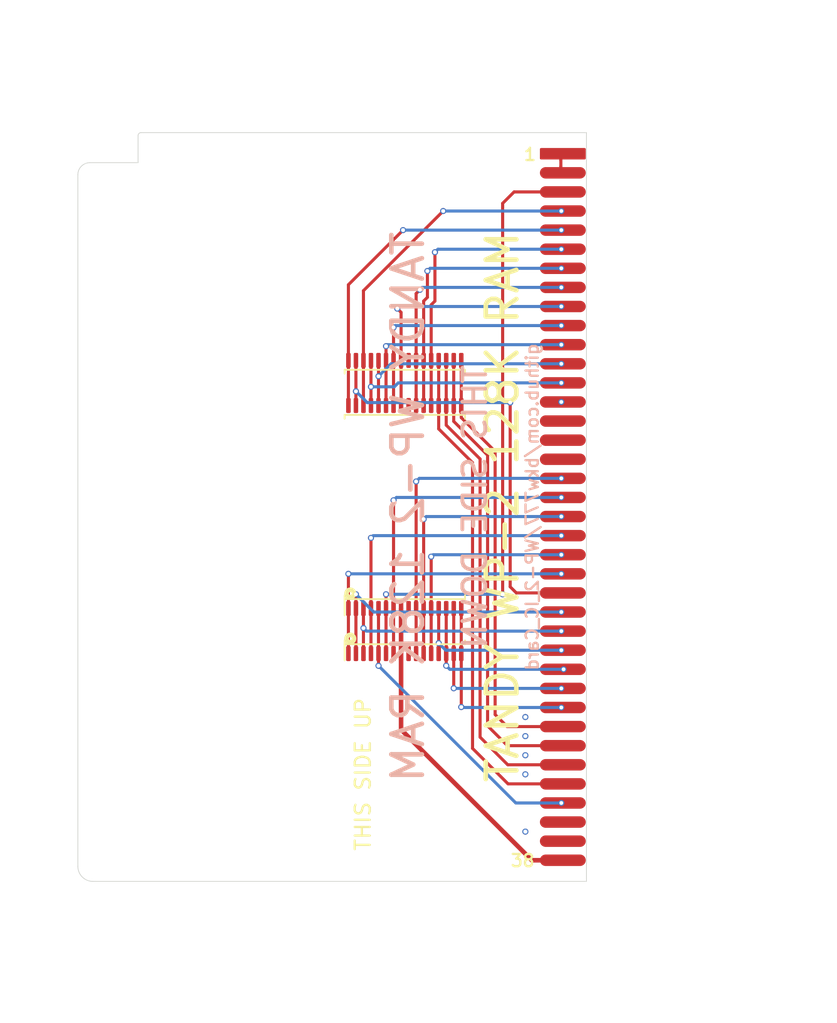
<source format=kicad_pcb>
(kicad_pcb (version 20171130) (host pcbnew 5.1.6-c6e7f7d~87~ubuntu20.04.1)

  (general
    (thickness 0.8)
    (drawings 47)
    (tracks 192)
    (zones 0)
    (modules 4)
    (nets 33)
  )

  (page USLetter)
  (title_block
    (title "WP-2 128K RAM IC-Card")
    (date 2020-09-26)
    (company "Brian K. White - b.kenyon.w@gmail.com")
  )

  (layers
    (0 F.Cu signal)
    (31 B.Cu signal)
    (32 B.Adhes user)
    (33 F.Adhes user)
    (34 B.Paste user)
    (35 F.Paste user)
    (36 B.SilkS user)
    (37 F.SilkS user)
    (38 B.Mask user)
    (39 F.Mask user)
    (40 Dwgs.User user)
    (41 Cmts.User user)
    (42 Eco1.User user)
    (43 Eco2.User user)
    (44 Edge.Cuts user)
    (45 Margin user)
    (46 B.CrtYd user hide)
    (47 F.CrtYd user hide)
    (48 B.Fab user hide)
    (49 F.Fab user hide)
  )

  (setup
    (last_trace_width 0.2032)
    (user_trace_width 0.1524)
    (user_trace_width 0.1778)
    (user_trace_width 0.2032)
    (user_trace_width 0.3048)
    (user_trace_width 0.508)
    (trace_clearance 0.1524)
    (zone_clearance 0.508)
    (zone_45_only no)
    (trace_min 0.1524)
    (via_size 0.4064)
    (via_drill 0.254)
    (via_min_size 0.4064)
    (via_min_drill 0.254)
    (uvia_size 0.4064)
    (uvia_drill 0.254)
    (uvias_allowed no)
    (uvia_min_size 0.4064)
    (uvia_min_drill 0.254)
    (edge_width 0.05)
    (segment_width 0.2)
    (pcb_text_width 0.3)
    (pcb_text_size 1.5 1.5)
    (mod_edge_width 0.12)
    (mod_text_size 1 1)
    (mod_text_width 0.15)
    (pad_size 0.3 1)
    (pad_drill 0)
    (pad_to_mask_clearance 0)
    (aux_axis_origin 0 0)
    (grid_origin 158.75 99.695)
    (visible_elements FFFFFF7F)
    (pcbplotparams
      (layerselection 0x010f0_ffffffff)
      (usegerberextensions false)
      (usegerberattributes true)
      (usegerberadvancedattributes true)
      (creategerberjobfile true)
      (excludeedgelayer true)
      (linewidth 0.100000)
      (plotframeref false)
      (viasonmask false)
      (mode 1)
      (useauxorigin false)
      (hpglpennumber 1)
      (hpglpenspeed 20)
      (hpglpendiameter 15.000000)
      (psnegative false)
      (psa4output false)
      (plotreference true)
      (plotvalue true)
      (plotinvisibletext false)
      (padsonsilk false)
      (subtractmaskfromsilk false)
      (outputformat 1)
      (mirror false)
      (drillshape 0)
      (scaleselection 1)
      (outputdirectory "GERBER"))
  )

  (net 0 "")
  (net 1 GND)
  (net 2 /CE2)
  (net 3 /~CE1)
  (net 4 /~OE)
  (net 5 /D0)
  (net 6 /D1)
  (net 7 /D2)
  (net 8 /D3)
  (net 9 /D4)
  (net 10 /D5)
  (net 11 /D6)
  (net 12 /D7)
  (net 13 /A16)
  (net 14 /A15)
  (net 15 /A14)
  (net 16 /A13)
  (net 17 /A12)
  (net 18 /A11)
  (net 19 /A10)
  (net 20 /A9)
  (net 21 /A8)
  (net 22 /A7)
  (net 23 /A6)
  (net 24 /A5)
  (net 25 /A4)
  (net 26 /A3)
  (net 27 /A2)
  (net 28 /A1)
  (net 29 /A0)
  (net 30 /R~W)
  (net 31 VDD)
  (net 32 /~DET)

  (net_class Default "This is the default net class."
    (clearance 0.1524)
    (trace_width 0.254)
    (via_dia 0.4064)
    (via_drill 0.254)
    (uvia_dia 0.4064)
    (uvia_drill 0.254)
    (diff_pair_width 0.1524)
    (diff_pair_gap 0.2032)
    (add_net /A0)
    (add_net /A1)
    (add_net /A10)
    (add_net /A11)
    (add_net /A12)
    (add_net /A13)
    (add_net /A14)
    (add_net /A15)
    (add_net /A16)
    (add_net /A2)
    (add_net /A3)
    (add_net /A4)
    (add_net /A5)
    (add_net /A6)
    (add_net /A7)
    (add_net /A8)
    (add_net /A9)
    (add_net /CE2)
    (add_net /D0)
    (add_net /D1)
    (add_net /D2)
    (add_net /D3)
    (add_net /D4)
    (add_net /D5)
    (add_net /D6)
    (add_net /D7)
    (add_net /R~W)
    (add_net /~CE1)
    (add_net /~DET)
    (add_net /~OE)
    (add_net GND)
    (add_net VDD)
  )

  (module 0_LOCAL:PinSocket_1x38x1.27_edge_ext (layer F.Cu) (tedit 5F73CF27) (tstamp 5F74043C)
    (at 158.75 99.695)
    (descr "Through hole straight socket strip, 1x38, 1.27mm pitch, single row")
    (tags "Through hole socket strip THT 1x38 1.27mm single row")
    (path /5F6EF0A3)
    (attr smd)
    (fp_text reference J1 (at -2.8956 4.4196 -90) (layer F.SilkS) hide
      (effects (font (size 1 1) (thickness 0.15)))
    )
    (fp_text value Conn_01x38_Female (at -2.921 23.114 -90) (layer F.Fab)
      (effects (font (size 1 1) (thickness 0.15)))
    )
    (fp_text user %R (at 0 -1.695) (layer F.Fab)
      (effects (font (size 1 1) (thickness 0.15)))
    )
    (fp_line (start 3.3 -24.9) (end 3.3 24.9) (layer F.Fab) (width 0.1))
    (fp_line (start 0 24.9) (end 3.302 24.9) (layer F.Fab) (width 0.1))
    (fp_line (start 0 24.9) (end 0 -24.9) (layer F.Fab) (width 0.1))
    (fp_line (start 3.302 -24.9) (end 0 -24.9) (layer F.Fab) (width 0.1))
    (fp_line (start -3.221 -24.13) (end -3.221 24.13) (layer F.CrtYd) (width 0.05))
    (fp_line (start -3.221 24.13) (end 0 24.13) (layer F.CrtYd) (width 0.05))
    (fp_line (start 0 24.13) (end 0 -24.13) (layer F.CrtYd) (width 0.05))
    (fp_line (start 0 -24.13) (end -3.221 -24.13) (layer F.CrtYd) (width 0.05))
    (pad 1 smd roundrect (at -1.57 -23.495) (size 3.048 0.762) (layers F.Cu F.Paste F.Mask) (roundrect_rratio 0.1)
      (net 1 GND))
    (pad 2 smd oval (at -1.57 -22.225) (size 3.048 0.762) (layers F.Cu F.Paste F.Mask)
      (net 32 /~DET))
    (pad 3 smd oval (at -1.57 -20.955) (size 3.048 0.762) (layers F.Cu F.Paste F.Mask)
      (net 2 /CE2))
    (pad 4 smd oval (at -1.57 -19.685) (size 3.048 0.762) (layers F.Cu F.Paste F.Mask)
      (net 3 /~CE1))
    (pad 5 smd oval (at -1.57 -18.415) (size 3.048 0.762) (layers F.Cu F.Paste F.Mask)
      (net 4 /~OE))
    (pad 6 smd oval (at -1.57 -17.145) (size 3.048 0.762) (layers F.Cu F.Paste F.Mask)
      (net 5 /D0))
    (pad 7 smd oval (at -1.57 -15.875) (size 3.048 0.762) (layers F.Cu F.Paste F.Mask)
      (net 6 /D1))
    (pad 8 smd oval (at -1.57 -14.605) (size 3.048 0.762) (layers F.Cu F.Paste F.Mask)
      (net 7 /D2))
    (pad 9 smd oval (at -1.57 -13.335) (size 3.048 0.762) (layers F.Cu F.Paste F.Mask)
      (net 8 /D3))
    (pad 10 smd oval (at -1.57 -12.065) (size 3.048 0.762) (layers F.Cu F.Paste F.Mask)
      (net 9 /D4))
    (pad 11 smd oval (at -1.57 -10.795) (size 3.048 0.762) (layers F.Cu F.Paste F.Mask)
      (net 10 /D5))
    (pad 12 smd oval (at -1.57 -9.525) (size 3.048 0.762) (layers F.Cu F.Paste F.Mask)
      (net 11 /D6))
    (pad 13 smd oval (at -1.57 -8.255) (size 3.048 0.762) (layers F.Cu F.Paste F.Mask)
      (net 12 /D7))
    (pad 14 smd oval (at -1.57 -6.985) (size 3.048 0.762) (layers F.Cu F.Paste F.Mask)
      (net 1 GND))
    (pad 15 smd oval (at -1.57 -5.715) (size 3.048 0.762) (layers F.Cu F.Paste F.Mask))
    (pad 16 smd oval (at -1.57 -4.445) (size 3.048 0.762) (layers F.Cu F.Paste F.Mask))
    (pad 17 smd oval (at -1.57 -3.175) (size 3.048 0.762) (layers F.Cu F.Paste F.Mask))
    (pad 18 smd oval (at -1.57 -1.905) (size 3.048 0.762) (layers F.Cu F.Paste F.Mask)
      (net 13 /A16))
    (pad 19 smd oval (at -1.57 -0.635) (size 3.048 0.762) (layers F.Cu F.Paste F.Mask)
      (net 14 /A15))
    (pad 20 smd oval (at -1.57 0.635) (size 3.048 0.762) (layers F.Cu F.Paste F.Mask)
      (net 15 /A14))
    (pad 21 smd oval (at -1.57 1.905) (size 3.048 0.762) (layers F.Cu F.Paste F.Mask)
      (net 16 /A13))
    (pad 22 smd oval (at -1.57 3.175) (size 3.048 0.762) (layers F.Cu F.Paste F.Mask)
      (net 17 /A12))
    (pad 23 smd oval (at -1.57 4.445) (size 3.048 0.762) (layers F.Cu F.Paste F.Mask)
      (net 18 /A11))
    (pad 24 smd oval (at -1.57 5.715) (size 3.048 0.762) (layers F.Cu F.Paste F.Mask)
      (net 19 /A10))
    (pad 25 smd oval (at -1.57 6.985) (size 3.048 0.762) (layers F.Cu F.Paste F.Mask)
      (net 20 /A9))
    (pad 26 smd oval (at -1.57 8.255) (size 3.048 0.762) (layers F.Cu F.Paste F.Mask)
      (net 21 /A8))
    (pad 27 smd oval (at -1.57 9.525) (size 3.048 0.762) (layers F.Cu F.Paste F.Mask)
      (net 22 /A7))
    (pad 28 smd oval (at -1.57 10.795) (size 3.048 0.762) (layers F.Cu F.Paste F.Mask)
      (net 23 /A6))
    (pad 29 smd oval (at -1.57 12.065) (size 3.048 0.762) (layers F.Cu F.Paste F.Mask)
      (net 24 /A5))
    (pad 30 smd oval (at -1.57 13.335) (size 3.048 0.762) (layers F.Cu F.Paste F.Mask)
      (net 25 /A4))
    (pad 31 smd oval (at -1.57 14.605) (size 3.048 0.762) (layers F.Cu F.Paste F.Mask)
      (net 26 /A3))
    (pad 32 smd oval (at -1.57 15.875) (size 3.048 0.762) (layers F.Cu F.Paste F.Mask)
      (net 27 /A2))
    (pad 33 smd oval (at -1.57 17.145) (size 3.048 0.762) (layers F.Cu F.Paste F.Mask)
      (net 28 /A1))
    (pad 34 smd oval (at -1.57 18.415) (size 3.048 0.762) (layers F.Cu F.Paste F.Mask)
      (net 29 /A0))
    (pad 35 smd oval (at -1.57 19.685) (size 3.048 0.762) (layers F.Cu F.Paste F.Mask)
      (net 30 /R~W))
    (pad 36 smd oval (at -1.57 20.955) (size 3.048 0.762) (layers F.Cu F.Paste F.Mask))
    (pad 37 smd oval (at -1.57 22.225) (size 3.048 0.762) (layers F.Cu F.Paste F.Mask))
    (pad 38 smd oval (at -1.57 23.495) (size 3.048 0.762) (layers F.Cu F.Paste F.Mask)
      (net 31 VDD))
    (model ${KIPRJMOD}/3d/PinSocket_1x38x1.27_cut.step
      (offset (xyz -0 0 0.12))
      (scale (xyz 1 1 1))
      (rotate (xyz 0 -90 0))
    )
  )

  (module 0_LOCAL:Net_Tie_2p_8mil (layer F.Cu) (tedit 5F70D483) (tstamp 5F712C2A)
    (at 157.05 76.835 270)
    (path /5F8923B3)
    (fp_text reference NT1 (at 0 1.016 90) (layer F.SilkS) hide
      (effects (font (size 0.508 0.508) (thickness 0.1016)))
    )
    (fp_text value Net-Tie_2 (at 0 -2 90) (layer F.Fab)
      (effects (font (size 1 1) (thickness 0.01)))
    )
    (fp_line (start -0.2032 0) (end 0.2032 0) (layer F.Cu) (width 0.2032))
    (pad 2 smd circle (at 0.2032 0 270) (size 0.2032 0.2032) (layers F.Cu)
      (net 32 /~DET))
    (pad 1 smd circle (at -0.2032 0 270) (size 0.2032 0.2032) (layers F.Cu)
      (net 1 GND))
  )

  (module 0_LOCAL:TSOP32-20mm (layer F.Cu) (tedit 5F70AFE8) (tstamp 5F712BCE)
    (at 146.68 99.695)
    (descr "Module CMS TSOP 32 pins")
    (tags "CMS TSOP")
    (path /5F718069)
    (attr smd)
    (fp_text reference U1 (at 0.009 8.382 180) (layer F.SilkS) hide
      (effects (font (size 1 1) (thickness 0.15)))
    )
    (fp_text value "SRAM 128Kx8 5v Parallel" (at 0 5) (layer F.Fab)
      (effects (font (size 1 1) (thickness 0.15)))
    )
    (fp_circle (center -3.625 8.75) (end -3.525 8.75) (layer F.SilkS) (width 0.3))
    (fp_line (start -4 9.125) (end 4 9.125) (layer F.SilkS) (width 0.12))
    (fp_line (start 4 -9.125) (end -4 -9.125) (layer F.SilkS) (width 0.12))
    (fp_line (start -4 10.2) (end -4 8.875) (layer F.SilkS) (width 0.12))
    (fp_line (start 4 9.125) (end 4 8.875) (layer F.SilkS) (width 0.12))
    (fp_line (start -4 -9.125) (end -4 -8.875) (layer F.SilkS) (width 0.12))
    (fp_line (start 4 -9.125) (end 4 -8.875) (layer F.SilkS) (width 0.12))
    (fp_text user %R (at 0 0) (layer F.Fab)
      (effects (font (size 1 1) (thickness 0.15)))
    )
    (pad 1 smd roundrect (at -3.75 9.75) (size 0.3 1) (layers F.Cu F.Paste F.Mask) (roundrect_rratio 0.25)
      (net 18 /A11))
    (pad 2 smd roundrect (at -3.25 9.75) (size 0.3 1) (layers F.Cu F.Paste F.Mask) (roundrect_rratio 0.25)
      (net 20 /A9))
    (pad 3 smd roundrect (at -2.75 9.75) (size 0.3 1) (layers F.Cu F.Paste F.Mask) (roundrect_rratio 0.25)
      (net 21 /A8))
    (pad 4 smd roundrect (at -2.25 9.75) (size 0.3 1) (layers F.Cu F.Paste F.Mask) (roundrect_rratio 0.25)
      (net 16 /A13))
    (pad 5 smd roundrect (at -1.75 9.75) (size 0.3 1) (layers F.Cu F.Paste F.Mask) (roundrect_rratio 0.25)
      (net 30 /R~W))
    (pad 6 smd roundrect (at -1.25 9.75) (size 0.3 1) (layers F.Cu F.Paste F.Mask) (roundrect_rratio 0.25)
      (net 2 /CE2))
    (pad 7 smd roundrect (at -0.75 9.75) (size 0.3 1) (layers F.Cu F.Paste F.Mask) (roundrect_rratio 0.25)
      (net 14 /A15))
    (pad 8 smd roundrect (at -0.25 9.75) (size 0.3 1) (layers F.Cu F.Paste F.Mask) (roundrect_rratio 0.25)
      (net 31 VDD))
    (pad 9 smd roundrect (at 0.25 9.75) (size 0.3 1) (layers F.Cu F.Paste F.Mask) (roundrect_rratio 0.25))
    (pad 10 smd roundrect (at 0.75 9.75) (size 0.3 1) (layers F.Cu F.Paste F.Mask) (roundrect_rratio 0.25)
      (net 13 /A16))
    (pad 11 smd roundrect (at 1.25 9.75) (size 0.3 1) (layers F.Cu F.Paste F.Mask) (roundrect_rratio 0.25)
      (net 15 /A14))
    (pad 12 smd roundrect (at 1.75 9.75) (size 0.3 1) (layers F.Cu F.Paste F.Mask) (roundrect_rratio 0.25)
      (net 17 /A12))
    (pad 13 smd roundrect (at 2.25 9.75) (size 0.3 1) (layers F.Cu F.Paste F.Mask) (roundrect_rratio 0.25)
      (net 22 /A7))
    (pad 14 smd roundrect (at 2.75 9.75) (size 0.3 1) (layers F.Cu F.Paste F.Mask) (roundrect_rratio 0.25)
      (net 23 /A6))
    (pad 15 smd roundrect (at 3.25 9.75) (size 0.3 1) (layers F.Cu F.Paste F.Mask) (roundrect_rratio 0.25)
      (net 24 /A5))
    (pad 16 smd roundrect (at 3.75 9.75) (size 0.3 1) (layers F.Cu F.Paste F.Mask) (roundrect_rratio 0.25)
      (net 25 /A4))
    (pad 17 smd roundrect (at 3.75 -9.75) (size 0.3 1) (layers F.Cu F.Paste F.Mask) (roundrect_rratio 0.25)
      (net 26 /A3))
    (pad 18 smd roundrect (at 3.25 -9.75) (size 0.3 1) (layers F.Cu F.Paste F.Mask) (roundrect_rratio 0.25)
      (net 27 /A2))
    (pad 19 smd roundrect (at 2.75 -9.75) (size 0.3 1) (layers F.Cu F.Paste F.Mask) (roundrect_rratio 0.25)
      (net 28 /A1))
    (pad 20 smd roundrect (at 2.25 -9.75) (size 0.3 1) (layers F.Cu F.Paste F.Mask) (roundrect_rratio 0.25)
      (net 29 /A0))
    (pad 21 smd roundrect (at 1.75 -9.75) (size 0.3 1) (layers F.Cu F.Paste F.Mask) (roundrect_rratio 0.25)
      (net 5 /D0))
    (pad 22 smd roundrect (at 1.25 -9.75) (size 0.3 1) (layers F.Cu F.Paste F.Mask) (roundrect_rratio 0.25)
      (net 6 /D1))
    (pad 23 smd roundrect (at 0.75 -9.75) (size 0.3 1) (layers F.Cu F.Paste F.Mask) (roundrect_rratio 0.25)
      (net 7 /D2))
    (pad 24 smd roundrect (at 0.25 -9.75) (size 0.3 1) (layers F.Cu F.Paste F.Mask) (roundrect_rratio 0.25)
      (net 1 GND))
    (pad 25 smd roundrect (at -0.25 -9.75) (size 0.3 1) (layers F.Cu F.Paste F.Mask) (roundrect_rratio 0.25)
      (net 8 /D3))
    (pad 26 smd roundrect (at -0.75 -9.75) (size 0.3 1) (layers F.Cu F.Paste F.Mask) (roundrect_rratio 0.25)
      (net 9 /D4))
    (pad 27 smd roundrect (at -1.25 -9.75) (size 0.3 1) (layers F.Cu F.Paste F.Mask) (roundrect_rratio 0.25)
      (net 10 /D5))
    (pad 28 smd roundrect (at -1.75 -9.75) (size 0.3 1) (layers F.Cu F.Paste F.Mask) (roundrect_rratio 0.25)
      (net 11 /D6))
    (pad 29 smd roundrect (at -2.25 -9.75) (size 0.3 1) (layers F.Cu F.Paste F.Mask) (roundrect_rratio 0.25)
      (net 12 /D7))
    (pad 30 smd roundrect (at -2.75 -9.75) (size 0.3 1) (layers F.Cu F.Paste F.Mask) (roundrect_rratio 0.25)
      (net 3 /~CE1))
    (pad 31 smd roundrect (at -3.25 -9.75) (size 0.3 1) (layers F.Cu F.Paste F.Mask) (roundrect_rratio 0.25)
      (net 19 /A10))
    (pad 32 smd roundrect (at -3.75 -9.75) (size 0.3 1) (layers F.Cu F.Paste F.Mask) (roundrect_rratio 0.25)
      (net 4 /~OE))
    (model ${KIPRJMOD}/3d/TSOP32_8X20.step
      (at (xyz 0 0 0))
      (scale (xyz 1 1 1))
      (rotate (xyz 0 0 -90))
    )
  )

  (module 0_LOCAL:TSOP32-14mm (layer F.Cu) (tedit 5F70AFD9) (tstamp 5F712C60)
    (at 146.68 99.695)
    (descr "Module CMS TSOP 32 pins")
    (tags "CMS TSOP")
    (path /5F906116)
    (attr virtual)
    (fp_text reference U2 (at 0 5.334 180) (layer F.SilkS) hide
      (effects (font (size 1 1) (thickness 0.15)))
    )
    (fp_text value "SRAM 128Kx8 5v Parallel" (at 1.27 0 90) (layer F.Fab)
      (effects (font (size 1 1) (thickness 0.15)))
    )
    (fp_circle (center -3.625 5.75) (end -3.525 5.75) (layer F.SilkS) (width 0.3))
    (fp_line (start -4 6.125) (end 4 6.125) (layer F.SilkS) (width 0.12))
    (fp_line (start 4 -6.125) (end -4 -6.125) (layer F.SilkS) (width 0.12))
    (fp_line (start -4 7.2) (end -4 5.875) (layer F.SilkS) (width 0.12))
    (fp_line (start 4 6.125) (end 4 5.875) (layer F.SilkS) (width 0.12))
    (fp_line (start -4 -6.125) (end -4 -5.875) (layer F.SilkS) (width 0.12))
    (fp_line (start 4 -6.125) (end 4 -5.875) (layer F.SilkS) (width 0.12))
    (pad 1 smd roundrect (at -3.75 6.75) (size 0.3 1) (layers F.Cu F.Paste F.Mask) (roundrect_rratio 0.25)
      (net 18 /A11))
    (pad 2 smd roundrect (at -3.25 6.75) (size 0.3 1) (layers F.Cu F.Paste F.Mask) (roundrect_rratio 0.25)
      (net 20 /A9))
    (pad 3 smd roundrect (at -2.75 6.75) (size 0.3 1) (layers F.Cu F.Paste F.Mask) (roundrect_rratio 0.25)
      (net 21 /A8))
    (pad 4 smd roundrect (at -2.25 6.75) (size 0.3 1) (layers F.Cu F.Paste F.Mask) (roundrect_rratio 0.25)
      (net 16 /A13))
    (pad 5 smd roundrect (at -1.75 6.75) (size 0.3 1) (layers F.Cu F.Paste F.Mask) (roundrect_rratio 0.25)
      (net 30 /R~W))
    (pad 6 smd roundrect (at -1.25 6.75) (size 0.3 1) (layers F.Cu F.Paste F.Mask) (roundrect_rratio 0.25)
      (net 2 /CE2))
    (pad 7 smd roundrect (at -0.75 6.75) (size 0.3 1) (layers F.Cu F.Paste F.Mask) (roundrect_rratio 0.25)
      (net 14 /A15))
    (pad 8 smd roundrect (at -0.25 6.75) (size 0.3 1) (layers F.Cu F.Paste F.Mask) (roundrect_rratio 0.25)
      (net 31 VDD))
    (pad 9 smd roundrect (at 0.25 6.75) (size 0.3 1) (layers F.Cu F.Paste F.Mask) (roundrect_rratio 0.25))
    (pad 10 smd roundrect (at 0.75 6.75) (size 0.3 1) (layers F.Cu F.Paste F.Mask) (roundrect_rratio 0.25)
      (net 13 /A16))
    (pad 11 smd roundrect (at 1.25 6.75) (size 0.3 1) (layers F.Cu F.Paste F.Mask) (roundrect_rratio 0.25)
      (net 15 /A14))
    (pad 12 smd roundrect (at 1.75 6.75) (size 0.3 1) (layers F.Cu F.Paste F.Mask) (roundrect_rratio 0.25)
      (net 17 /A12))
    (pad 13 smd roundrect (at 2.25 6.75) (size 0.3 1) (layers F.Cu F.Paste F.Mask) (roundrect_rratio 0.25)
      (net 22 /A7))
    (pad 14 smd roundrect (at 2.75 6.75) (size 0.3 1) (layers F.Cu F.Paste F.Mask) (roundrect_rratio 0.25)
      (net 23 /A6))
    (pad 15 smd roundrect (at 3.25 6.75) (size 0.3 1) (layers F.Cu F.Paste F.Mask) (roundrect_rratio 0.25)
      (net 24 /A5))
    (pad 16 smd roundrect (at 3.75 6.75) (size 0.3 1) (layers F.Cu F.Paste F.Mask) (roundrect_rratio 0.25)
      (net 25 /A4))
    (pad 17 smd roundrect (at 3.75 -6.75) (size 0.3 1) (layers F.Cu F.Paste F.Mask) (roundrect_rratio 0.25)
      (net 26 /A3))
    (pad 18 smd roundrect (at 3.25 -6.75) (size 0.3 1) (layers F.Cu F.Paste F.Mask) (roundrect_rratio 0.25)
      (net 27 /A2))
    (pad 19 smd roundrect (at 2.75 -6.75) (size 0.3 1) (layers F.Cu F.Paste F.Mask) (roundrect_rratio 0.25)
      (net 28 /A1))
    (pad 20 smd roundrect (at 2.25 -6.75) (size 0.3 1) (layers F.Cu F.Paste F.Mask) (roundrect_rratio 0.25)
      (net 29 /A0))
    (pad 21 smd roundrect (at 1.75 -6.75) (size 0.3 1) (layers F.Cu F.Paste F.Mask) (roundrect_rratio 0.25)
      (net 5 /D0))
    (pad 22 smd roundrect (at 1.25 -6.75) (size 0.3 1) (layers F.Cu F.Paste F.Mask) (roundrect_rratio 0.25)
      (net 6 /D1))
    (pad 23 smd roundrect (at 0.75 -6.75) (size 0.3 1) (layers F.Cu F.Paste F.Mask) (roundrect_rratio 0.25)
      (net 7 /D2))
    (pad 24 smd roundrect (at 0.25 -6.75) (size 0.3 1) (layers F.Cu F.Paste F.Mask) (roundrect_rratio 0.25)
      (net 1 GND))
    (pad 25 smd roundrect (at -0.25 -6.75) (size 0.3 1) (layers F.Cu F.Paste F.Mask) (roundrect_rratio 0.25)
      (net 8 /D3))
    (pad 26 smd roundrect (at -0.75 -6.75) (size 0.3 1) (layers F.Cu F.Paste F.Mask) (roundrect_rratio 0.25)
      (net 9 /D4))
    (pad 27 smd roundrect (at -1.25 -6.75) (size 0.3 1) (layers F.Cu F.Paste F.Mask) (roundrect_rratio 0.25)
      (net 10 /D5))
    (pad 28 smd roundrect (at -1.75 -6.75) (size 0.3 1) (layers F.Cu F.Paste F.Mask) (roundrect_rratio 0.25)
      (net 11 /D6))
    (pad 29 smd roundrect (at -2.25 -6.75) (size 0.3 1) (layers F.Cu F.Paste F.Mask) (roundrect_rratio 0.25)
      (net 12 /D7))
    (pad 30 smd roundrect (at -2.75 -6.75) (size 0.3 1) (layers F.Cu F.Paste F.Mask) (roundrect_rratio 0.25)
      (net 3 /~CE1))
    (pad 31 smd roundrect (at -3.25 -6.75) (size 0.3 1) (layers F.Cu F.Paste F.Mask) (roundrect_rratio 0.25)
      (net 19 /A10))
    (pad 32 smd roundrect (at -3.75 -6.75) (size 0.3 1) (layers F.Cu F.Paste F.Mask) (roundrect_rratio 0.25)
      (net 4 /~OE))
    (model ${KIPRJMOD}/3d/TSOP32_8x14.step
      (at (xyz 0 0 0))
      (scale (xyz 1 1 1))
      (rotate (xyz 0 0 -90))
    )
  )

  (gr_line (start 124.95 123.595) (end 124.95 77.595) (layer Edge.Cuts) (width 0.05))
  (gr_arc (start 125.95 123.595) (end 124.95 123.595) (angle -90) (layer Edge.Cuts) (width 0.05))
  (gr_arc (start 121.85 124.695) (end 119.85 124.695) (angle -90) (layer Dwgs.User) (width 0.15))
  (gr_arc (start 121.85 74.695) (end 121.85 72.695) (angle -90) (layer Dwgs.User) (width 0.15))
  (gr_line (start 164.85 124.595) (end 164.85 124.695) (layer Dwgs.User) (width 0.15) (tstamp 5F73C0EA))
  (gr_line (start 164.85 74.795) (end 164.85 74.695) (layer Dwgs.User) (width 0.15) (tstamp 5F73C0E2))
  (gr_line (start 163.25 74.795) (end 163.15 74.795) (layer Dwgs.User) (width 0.15) (tstamp 5F73C0D1))
  (gr_line (start 163.25 75.395) (end 164.85 74.795) (layer Dwgs.User) (width 0.15))
  (gr_line (start 163.25 74.795) (end 163.25 75.395) (layer Dwgs.User) (width 0.15))
  (gr_arc (start 162.85 74.695) (end 164.85 74.695) (angle -90) (layer Dwgs.User) (width 0.15))
  (gr_arc (start 162.85 124.695) (end 162.85 126.695) (angle -90) (layer Dwgs.User) (width 0.15))
  (gr_line (start 163.25 124.595) (end 163.25 123.995) (layer Dwgs.User) (width 0.15) (tstamp 5F73BFBA))
  (gr_line (start 163.25 124.595) (end 163.15 124.595) (layer Dwgs.User) (width 0.15) (tstamp 5F73BFB5))
  (gr_line (start 163.25 123.995) (end 164.85 124.595) (layer Dwgs.User) (width 0.15))
  (gr_line (start 158.75 74.795) (end 158.75 124.595) (layer Dwgs.User) (width 0.15) (tstamp 5F73AAD6))
  (gr_line (start 163.15 74.795) (end 158.75 74.795) (layer Dwgs.User) (width 0.15))
  (gr_arc (start 129.15 74.995) (end 129.15 74.795) (angle -90) (layer Edge.Cuts) (width 0.05))
  (gr_arc (start 125.75 77.595) (end 125.75 76.795) (angle -90) (layer Edge.Cuts) (width 0.05) (tstamp 5F73AA70))
  (gr_line (start 128.95 76.795) (end 128.95 74.995) (layer Edge.Cuts) (width 0.05))
  (gr_line (start 125.75 76.795) (end 128.95 76.795) (layer Edge.Cuts) (width 0.05))
  (gr_line (start 158.75 124.595) (end 158.75 74.795) (layer Edge.Cuts) (width 0.05) (tstamp 5F73AA2C))
  (gr_text "TANDY WP-2 128K RAM" (at 146.89 99.695 -270) (layer B.SilkS) (tstamp 5F71586A)
    (effects (font (size 2.032 2.032) (thickness 0.3048)) (justify mirror))
  )
  (gr_text "THIS SIDE DOWN" (at 151.335 99.695 -270) (layer B.SilkS) (tstamp 5F712A06)
    (effects (font (size 1.524 1.524) (thickness 0.254)) (justify mirror))
  )
  (gr_text "THIS SIDE UP" (at 143.895 117.475 90) (layer F.SilkS) (tstamp 5F712A09)
    (effects (font (size 1 1) (thickness 0.15)))
  )
  (gr_line (start 164.8732 76.2) (end 165.1272 75.946) (layer Dwgs.User) (width 0.15) (tstamp 5F7131A0))
  (gr_line (start 164.8732 76.2) (end 165.1272 76.454) (layer Dwgs.User) (width 0.15) (tstamp 5F71319F))
  (gr_line (start 164.8732 76.2) (end 166.8036 76.2) (layer Dwgs.User) (width 0.15) (tstamp 5F71319E))
  (gr_text "Socket header 4.4mm" (at 170.4104 77.597) (layer Dwgs.User) (tstamp 5F713196)
    (effects (font (size 0.6 0.6) (thickness 0.06)))
  )
  (gr_line (start 163.2476 77.597) (end 163.5016 77.343) (layer Dwgs.User) (width 0.15))
  (gr_line (start 163.2476 77.597) (end 165.178 77.597) (layer Dwgs.User) (width 0.15))
  (gr_line (start 163.2476 77.597) (end 163.5016 77.851) (layer Dwgs.User) (width 0.15))
  (gr_line (start 163.1518 124.595) (end 163.15 74.795) (layer Dwgs.User) (width 0.15))
  (gr_line (start 158.75 124.595) (end 163.15 124.595) (layer Dwgs.User) (width 0.15))
  (gr_text "Pins 6.0mm" (at 169.6992 76.2) (layer Dwgs.User)
    (effects (font (size 0.6 0.6) (thickness 0.06)))
  )
  (gr_line (start 164.75 76.195) (end 159.05 76.195) (layer Dwgs.User) (width 0.4))
  (gr_text SHELL_45 (at 121.11 99 90) (layer Dwgs.User) (tstamp 5F714189)
    (effects (font (size 1 1) (thickness 0.15)))
  )
  (gr_text WP-2 (at 135.11 99 90) (layer Dwgs.User)
    (effects (font (size 1 1) (thickness 0.15)))
  )
  (gr_line (start 133.51 66) (end 133.51 134) (layer Dwgs.User) (width 0.05))
  (gr_text 38 (at 154.5122 123.2154) (layer F.SilkS) (tstamp 5F712A00)
    (effects (font (size 0.8128 0.8128) (thickness 0.1524)))
  )
  (gr_text 1 (at 154.9948 76.2508) (layer F.SilkS) (tstamp 5F7129FD)
    (effects (font (size 0.8128 0.8128) (thickness 0.1524)))
  )
  (gr_text github.com/bkw777/WP-2_IC_Card (at 155.145 99.695 -270) (layer B.SilkS) (tstamp 5F7129FA)
    (effects (font (size 0.8128 0.8128) (thickness 0.1524)) (justify mirror))
  )
  (gr_text "TANDY WP-2 128K RAM" (at 153.166 99.695 -270) (layer F.SilkS) (tstamp 5F7129F7)
    (effects (font (size 2.032 2.032) (thickness 0.3048)))
  )
  (gr_line (start 121.85 126.695) (end 162.85 126.695) (layer Dwgs.User) (width 0.15) (tstamp 5F6F08D5))
  (gr_line (start 119.85 74.695) (end 119.85 124.695) (layer Dwgs.User) (width 0.15) (tstamp 5F713C75))
  (gr_line (start 162.85 72.695) (end 121.85 72.695) (layer Dwgs.User) (width 0.15))
  (gr_line (start 125.95 124.595) (end 158.75 124.595) (layer Edge.Cuts) (width 0.05) (tstamp 5F7129F1))
  (gr_line (start 158.75 74.795) (end 129.15 74.795) (layer Edge.Cuts) (width 0.05) (tstamp 5F7129EE))

  (via (at 154.69 113.665) (size 0.4064) (drill 0.254) (layers F.Cu B.Cu) (net 1) (tstamp 5F712ABA))
  (via (at 154.69 121.285) (size 0.4064) (drill 0.254) (layers F.Cu B.Cu) (net 1) (tstamp 5F71294C))
  (via (at 154.69 114.935) (size 0.4064) (drill 0.254) (layers F.Cu B.Cu) (net 1) (tstamp 5F7129EB))
  (via (at 154.69 116.205) (size 0.4064) (drill 0.254) (layers F.Cu B.Cu) (net 1) (tstamp 5F7129F4))
  (via (at 154.69 117.475) (size 0.4064) (drill 0.254) (layers F.Cu B.Cu) (net 1) (tstamp 5F71295B))
  (via (at 157.08 92.71) (size 0.4064) (drill 0.254) (layers F.Cu B.Cu) (net 1))
  (segment (start 157.05 76.23) (end 157.08 76.2) (width 0.2032) (layer F.Cu) (net 1))
  (segment (start 157.05 76.6318) (end 157.05 76.23) (width 0.2032) (layer F.Cu) (net 1))
  (segment (start 145.43 105.5) (end 145.43 105.5) (width 0.254) (layer F.Cu) (net 2) (tstamp 5F712958))
  (via (at 145.43 105.5) (size 0.4064) (drill 0.254) (layers F.Cu B.Cu) (net 2) (tstamp 5F712955))
  (segment (start 145.43 105.5) (end 153.18 105.5) (width 0.2032) (layer B.Cu) (net 2) (tstamp 5F712952))
  (segment (start 153.18 105.5) (end 153.18 105.5) (width 0.254) (layer B.Cu) (net 2) (tstamp 5F71294F))
  (via (at 153.18 105.5) (size 0.4064) (drill 0.254) (layers F.Cu B.Cu) (net 2) (tstamp 5F7129A6))
  (segment (start 145.43 109.445) (end 145.43 105.5) (width 0.2032) (layer F.Cu) (net 2) (tstamp 5F71299A))
  (segment (start 153.94 78.74) (end 157.08 78.74) (width 0.2032) (layer F.Cu) (net 2))
  (segment (start 153.18 79.5) (end 153.94 78.74) (width 0.2032) (layer F.Cu) (net 2))
  (segment (start 153.18 105.5) (end 153.18 79.5) (width 0.2032) (layer F.Cu) (net 2))
  (via (at 149.229 80.01) (size 0.4064) (drill 0.254) (layers F.Cu B.Cu) (net 3) (tstamp 5F712A18))
  (segment (start 143.93 85.309) (end 149.229 80.01) (width 0.2032) (layer F.Cu) (net 3) (tstamp 5F712A15))
  (segment (start 143.93 92.945) (end 143.93 85.309) (width 0.2032) (layer F.Cu) (net 3) (tstamp 5F7129E8))
  (segment (start 149.229 80.01) (end 157.08 80.01) (width 0.2032) (layer B.Cu) (net 3))
  (via (at 157.08 80.01) (size 0.4064) (drill 0.254) (layers F.Cu B.Cu) (net 3))
  (via (at 146.562 81.28) (size 0.4064) (drill 0.254) (layers F.Cu B.Cu) (net 4) (tstamp 5F7129BE))
  (segment (start 142.93 84.912) (end 146.562 81.28) (width 0.2032) (layer F.Cu) (net 4) (tstamp 5F7129BB))
  (segment (start 142.93 92.945) (end 142.93 84.912) (width 0.2032) (layer F.Cu) (net 4) (tstamp 5F7129CD))
  (segment (start 146.562 81.28) (end 157.08 81.28) (width 0.2032) (layer B.Cu) (net 4))
  (via (at 157.08 81.28) (size 0.4064) (drill 0.254) (layers F.Cu B.Cu) (net 4))
  (segment (start 148.43 92.945) (end 148.43 89.945) (width 0.2032) (layer F.Cu) (net 5) (tstamp 5F7129DF))
  (segment (start 148.43 86.25) (end 148.43 89.945) (width 0.2032) (layer F.Cu) (net 5) (tstamp 5F7129DC))
  (segment (start 148.68 82.75) (end 148.68 86) (width 0.2032) (layer F.Cu) (net 5) (tstamp 5F7129D9))
  (segment (start 148.68 86) (end 148.43 86.25) (width 0.2032) (layer F.Cu) (net 5) (tstamp 5F712A0C))
  (via (at 148.68 82.75) (size 0.4064) (drill 0.254) (layers F.Cu B.Cu) (net 5) (tstamp 5F7129B8))
  (segment (start 148.88 82.55) (end 148.68 82.75) (width 0.2032) (layer B.Cu) (net 5))
  (segment (start 157.08 82.55) (end 148.88 82.55) (width 0.2032) (layer B.Cu) (net 5))
  (via (at 157.08 82.55) (size 0.4064) (drill 0.254) (layers F.Cu B.Cu) (net 5))
  (segment (start 148.18 85.75) (end 147.93 86) (width 0.2032) (layer F.Cu) (net 6) (tstamp 5F7129B2))
  (segment (start 148.18 84) (end 148.18 85.75) (width 0.2032) (layer F.Cu) (net 6) (tstamp 5F7129AF))
  (segment (start 147.93 86) (end 147.93 89.945) (width 0.2032) (layer F.Cu) (net 6) (tstamp 5F7129AC))
  (via (at 148.18 84) (size 0.4064) (drill 0.254) (layers F.Cu B.Cu) (net 6) (tstamp 5F712A2A))
  (segment (start 147.93 92.945) (end 147.93 89.945) (width 0.2032) (layer F.Cu) (net 6) (tstamp 5F712A27))
  (segment (start 148.36 83.82) (end 148.18 84) (width 0.2032) (layer B.Cu) (net 6))
  (segment (start 157.08 83.82) (end 148.36 83.82) (width 0.2032) (layer B.Cu) (net 6))
  (via (at 157.08 83.82) (size 0.4064) (drill 0.254) (layers F.Cu B.Cu) (net 6))
  (segment (start 147.43 92.945) (end 147.43 89.945) (width 0.2032) (layer F.Cu) (net 7) (tstamp 5F712A21))
  (segment (start 147.43 85.5) (end 147.43 89.945) (width 0.2032) (layer F.Cu) (net 7) (tstamp 5F712A3C))
  (segment (start 147.68 85.25) (end 147.43 85.5) (width 0.2032) (layer F.Cu) (net 7) (tstamp 5F712A39))
  (via (at 147.68 85.25) (size 0.4064) (drill 0.254) (layers F.Cu B.Cu) (net 7) (tstamp 5F712A30))
  (segment (start 147.84 85.09) (end 147.68 85.25) (width 0.2032) (layer B.Cu) (net 7))
  (segment (start 157.08 85.09) (end 147.84 85.09) (width 0.2032) (layer B.Cu) (net 7))
  (via (at 157.08 85.09) (size 0.4064) (drill 0.254) (layers F.Cu B.Cu) (net 7))
  (segment (start 146.43 92.945) (end 146.43 89.945) (width 0.2032) (layer F.Cu) (net 8) (tstamp 5F71297F))
  (segment (start 146.43 86.75) (end 146.43 89.945) (width 0.2032) (layer F.Cu) (net 8) (tstamp 5F71297C))
  (segment (start 146.18 86.5) (end 146.43 86.75) (width 0.2032) (layer F.Cu) (net 8) (tstamp 5F712979))
  (via (at 146.18 86.5) (size 0.4064) (drill 0.254) (layers F.Cu B.Cu) (net 8) (tstamp 5F712B7D))
  (segment (start 146.32 86.36) (end 146.18 86.5) (width 0.2032) (layer B.Cu) (net 8))
  (segment (start 157.08 86.36) (end 146.32 86.36) (width 0.2032) (layer B.Cu) (net 8))
  (via (at 157.08 86.36) (size 0.4064) (drill 0.254) (layers F.Cu B.Cu) (net 8))
  (via (at 145.93 87.75) (size 0.4064) (drill 0.254) (layers F.Cu B.Cu) (net 9) (tstamp 5F712A7E))
  (segment (start 145.93 92.945) (end 145.93 89.945) (width 0.2032) (layer F.Cu) (net 9) (tstamp 5F712A7B))
  (segment (start 145.93 89.945) (end 145.93 87.75) (width 0.2032) (layer F.Cu) (net 9) (tstamp 5F712A78))
  (segment (start 146.05 87.63) (end 145.93 87.75) (width 0.2032) (layer B.Cu) (net 9))
  (segment (start 157.08 87.63) (end 146.05 87.63) (width 0.2032) (layer B.Cu) (net 9))
  (via (at 157.08 87.63) (size 0.4064) (drill 0.254) (layers F.Cu B.Cu) (net 9))
  (via (at 145.43 89) (size 0.4064) (drill 0.254) (layers F.Cu B.Cu) (net 10) (tstamp 5F712AFC))
  (segment (start 145.43 89.945) (end 145.43 89) (width 0.2032) (layer F.Cu) (net 10) (tstamp 5F712AF9))
  (segment (start 145.43 89.945) (end 145.43 92.945) (width 0.2032) (layer F.Cu) (net 10) (tstamp 5F712AF6))
  (segment (start 157.08 88.9) (end 145.53 88.9) (width 0.2032) (layer B.Cu) (net 10))
  (segment (start 145.53 88.9) (end 145.43 89) (width 0.2032) (layer B.Cu) (net 10))
  (via (at 157.08 88.9) (size 0.4064) (drill 0.254) (layers F.Cu B.Cu) (net 10))
  (via (at 144.93 91) (size 0.4064) (drill 0.254) (layers F.Cu B.Cu) (net 11) (tstamp 5F712B0B))
  (segment (start 144.93 91) (end 144.93 92.945) (width 0.2032) (layer F.Cu) (net 11) (tstamp 5F712B08))
  (segment (start 144.93 91) (end 144.93 89.945) (width 0.2032) (layer F.Cu) (net 11) (tstamp 5F712B05))
  (segment (start 145.76 90.17) (end 144.93 91) (width 0.2032) (layer B.Cu) (net 11))
  (segment (start 157.08 90.17) (end 145.76 90.17) (width 0.2032) (layer B.Cu) (net 11))
  (via (at 157.08 90.17) (size 0.4064) (drill 0.254) (layers F.Cu B.Cu) (net 11))
  (segment (start 144.43 92.9339) (end 144.4411 92.945) (width 0.254) (layer F.Cu) (net 12) (tstamp 5F712AFF))
  (via (at 144.43 91.7) (size 0.4064) (drill 0.254) (layers F.Cu B.Cu) (net 12) (tstamp 5F712B86))
  (segment (start 144.43 91.7) (end 144.43 92.945) (width 0.2032) (layer F.Cu) (net 12) (tstamp 5F712B83))
  (segment (start 144.43 91.7) (end 144.43 89.945) (width 0.2032) (layer F.Cu) (net 12) (tstamp 5F712B80))
  (segment (start 145.98 91.7) (end 144.43 91.7) (width 0.2032) (layer B.Cu) (net 12))
  (segment (start 146.24 91.44) (end 145.98 91.7) (width 0.2032) (layer B.Cu) (net 12))
  (segment (start 157.08 91.44) (end 146.24 91.44) (width 0.2032) (layer B.Cu) (net 12))
  (via (at 157.08 91.44) (size 0.4064) (drill 0.254) (layers F.Cu B.Cu) (net 12))
  (segment (start 157.23 97.79) (end 157.23 97.79) (width 0.254) (layer F.Cu) (net 13) (tstamp 5F712BA1))
  (segment (start 147.43 98) (end 147.43 98) (width 0.254) (layer B.Cu) (net 13) (tstamp 5F712B95))
  (via (at 147.43 98) (size 0.4064) (drill 0.254) (layers F.Cu B.Cu) (net 13) (tstamp 5F712B92))
  (segment (start 147.43 98) (end 147.43 109.445) (width 0.2032) (layer F.Cu) (net 13) (tstamp 5F712A90))
  (segment (start 147.64 97.79) (end 147.43 98) (width 0.2032) (layer B.Cu) (net 13))
  (segment (start 157.08 97.79) (end 147.64 97.79) (width 0.2032) (layer B.Cu) (net 13))
  (via (at 157.08 97.79) (size 0.4064) (drill 0.254) (layers F.Cu B.Cu) (net 13))
  (segment (start 145.93 99.25) (end 145.93 99.25) (width 0.254) (layer B.Cu) (net 14) (tstamp 5F712A84))
  (via (at 145.93 99.25) (size 0.4064) (drill 0.254) (layers F.Cu B.Cu) (net 14) (tstamp 5F712A81))
  (segment (start 145.93 109.445) (end 145.93 99.25) (width 0.2032) (layer F.Cu) (net 14) (tstamp 5F712ACC))
  (segment (start 146.12 99.06) (end 145.93 99.25) (width 0.2032) (layer B.Cu) (net 14))
  (segment (start 157.08 99.06) (end 146.12 99.06) (width 0.2032) (layer B.Cu) (net 14))
  (via (at 157.08 99.06) (size 0.4064) (drill 0.254) (layers F.Cu B.Cu) (net 14))
  (segment (start 157.23 100.33) (end 157.23 100.33) (width 0.254) (layer F.Cu) (net 15) (tstamp 5F712AC9))
  (segment (start 147.93 100.5) (end 147.93 100.5) (width 0.254) (layer B.Cu) (net 15) (tstamp 5F712ABD))
  (via (at 147.93 100.5) (size 0.4064) (drill 0.254) (layers F.Cu B.Cu) (net 15) (tstamp 5F712AA2))
  (segment (start 147.93 109.445) (end 147.93 100.5) (width 0.2032) (layer F.Cu) (net 15) (tstamp 5F712A9F))
  (segment (start 148.1 100.33) (end 147.93 100.5) (width 0.2032) (layer B.Cu) (net 15))
  (segment (start 157.08 100.33) (end 148.1 100.33) (width 0.2032) (layer B.Cu) (net 15))
  (via (at 157.08 100.33) (size 0.4064) (drill 0.254) (layers F.Cu B.Cu) (net 15))
  (via (at 144.43 101.75) (size 0.4064) (drill 0.254) (layers F.Cu B.Cu) (net 16) (tstamp 5F712A93))
  (segment (start 144.43 109.445) (end 144.43 101.75) (width 0.2032) (layer F.Cu) (net 16) (tstamp 5F712997))
  (segment (start 144.58 101.6) (end 144.43 101.75) (width 0.2032) (layer B.Cu) (net 16))
  (segment (start 157.08 101.6) (end 144.58 101.6) (width 0.2032) (layer B.Cu) (net 16))
  (via (at 157.08 101.6) (size 0.4064) (drill 0.254) (layers F.Cu B.Cu) (net 16))
  (segment (start 157.23 102.87) (end 157.23 102.87) (width 0.254) (layer F.Cu) (net 17) (tstamp 5F712994))
  (segment (start 148.43 103) (end 148.43 103) (width 0.254) (layer B.Cu) (net 17) (tstamp 5F712988))
  (via (at 148.43 103) (size 0.4064) (drill 0.254) (layers F.Cu B.Cu) (net 17) (tstamp 5F712985))
  (segment (start 148.43 109.445) (end 148.43 103) (width 0.2032) (layer F.Cu) (net 17) (tstamp 5F712AED))
  (segment (start 148.56 102.87) (end 148.43 103) (width 0.2032) (layer B.Cu) (net 17))
  (segment (start 157.08 102.87) (end 148.56 102.87) (width 0.2032) (layer B.Cu) (net 17))
  (via (at 157.08 102.87) (size 0.4064) (drill 0.254) (layers F.Cu B.Cu) (net 17))
  (via (at 142.93 104.14) (size 0.4064) (drill 0.254) (layers F.Cu B.Cu) (net 18) (tstamp 5F712AE4))
  (segment (start 142.93 109.445) (end 142.93 104.14) (width 0.2032) (layer F.Cu) (net 18) (tstamp 5F712AE1))
  (segment (start 142.93 104.14) (end 157.08 104.14) (width 0.2032) (layer B.Cu) (net 18))
  (via (at 157.08 104.14) (size 0.4064) (drill 0.254) (layers F.Cu B.Cu) (net 18))
  (segment (start 153.68 92.75) (end 153.68 92.75) (width 0.254) (layer B.Cu) (net 19) (tstamp 5F712B32))
  (via (at 153.68 92.75) (size 0.4064) (drill 0.254) (layers F.Cu B.Cu) (net 19) (tstamp 5F712B2F))
  (segment (start 144.18 92.75) (end 153.68 92.75) (width 0.2032) (layer B.Cu) (net 19) (tstamp 5F712B23))
  (segment (start 143.43 92) (end 144.18 92.75) (width 0.2032) (layer B.Cu) (net 19) (tstamp 5F712ADE))
  (via (at 143.43 92) (size 0.4064) (drill 0.254) (layers F.Cu B.Cu) (net 19) (tstamp 5F712ADB))
  (segment (start 143.43 92) (end 143.43 89.945) (width 0.2032) (layer F.Cu) (net 19) (tstamp 5F712AD8))
  (segment (start 143.43 92) (end 143.43 92.945) (width 0.2032) (layer F.Cu) (net 19) (tstamp 5F712AD5))
  (segment (start 154.09 105.41) (end 157.08 105.41) (width 0.2032) (layer F.Cu) (net 19))
  (segment (start 153.68 105) (end 154.09 105.41) (width 0.2032) (layer F.Cu) (net 19))
  (segment (start 153.68 92.75) (end 153.68 105) (width 0.2032) (layer F.Cu) (net 19))
  (via (at 143.43 105.5) (size 0.4064) (drill 0.254) (layers F.Cu B.Cu) (net 20) (tstamp 5F712B1A))
  (segment (start 143.43 109.445) (end 143.43 105.5) (width 0.2032) (layer F.Cu) (net 20) (tstamp 5F712B17))
  (segment (start 144.61 106.68) (end 143.43 105.5) (width 0.2032) (layer B.Cu) (net 20))
  (segment (start 157.08 106.68) (end 144.61 106.68) (width 0.2032) (layer B.Cu) (net 20))
  (via (at 157.08 106.68) (size 0.4064) (drill 0.254) (layers F.Cu B.Cu) (net 20))
  (segment (start 143.93 106.4493) (end 143.9343 106.445) (width 0.254) (layer F.Cu) (net 21) (tstamp 5F712B11))
  (segment (start 143.93 109.445) (end 143.93 106.445) (width 0.2032) (layer F.Cu) (net 21) (tstamp 5F712B0E))
  (via (at 143.93 107.75) (size 0.4064) (drill 0.254) (layers F.Cu B.Cu) (net 21) (tstamp 5F712B44))
  (segment (start 157.08 107.95) (end 144.13 107.95) (width 0.2032) (layer B.Cu) (net 21))
  (segment (start 144.13 107.95) (end 143.93 107.75) (width 0.2032) (layer B.Cu) (net 21))
  (via (at 157.08 107.95) (size 0.4064) (drill 0.254) (layers F.Cu B.Cu) (net 21))
  (via (at 148.93 108.75) (size 0.4064) (drill 0.254) (layers F.Cu B.Cu) (net 22) (tstamp 5F712B5F))
  (segment (start 148.93 106.445) (end 148.93 109.445) (width 0.2032) (layer F.Cu) (net 22) (tstamp 5F712B5C))
  (segment (start 149.4 109.22) (end 148.93 108.75) (width 0.2032) (layer B.Cu) (net 22))
  (segment (start 157.08 109.22) (end 149.4 109.22) (width 0.2032) (layer B.Cu) (net 22))
  (via (at 157.08 109.22) (size 0.4064) (drill 0.254) (layers F.Cu B.Cu) (net 22))
  (via (at 157.23 110.49) (size 0.4064) (drill 0.254) (layers F.Cu B.Cu) (net 23) (tstamp 5F712B59))
  (segment (start 149.43 110.25) (end 149.43 106.445) (width 0.2032) (layer F.Cu) (net 23) (tstamp 5F712B56))
  (segment (start 149.67 110.49) (end 157.23 110.49) (width 0.2032) (layer B.Cu) (net 23) (tstamp 5F712B53))
  (segment (start 149.43 110.25) (end 149.67 110.49) (width 0.2032) (layer B.Cu) (net 23) (tstamp 5F712B50))
  (via (at 149.43 110.25) (size 0.4064) (drill 0.254) (layers F.Cu B.Cu) (net 23) (tstamp 5F712B20))
  (segment (start 149.94 111.76) (end 149.93 111.75) (width 0.254) (layer B.Cu) (net 24) (tstamp 5F712AA5))
  (segment (start 149.93 111.75) (end 149.93 111.75) (width 0.254) (layer B.Cu) (net 24) (tstamp 5F712A69))
  (via (at 149.93 111.75) (size 0.4064) (drill 0.254) (layers F.Cu B.Cu) (net 24) (tstamp 5F7129D6))
  (segment (start 149.93 111.75) (end 149.93 106.445) (width 0.2032) (layer F.Cu) (net 24) (tstamp 5F7129D3))
  (segment (start 157.08 111.76) (end 149.94 111.76) (width 0.2032) (layer B.Cu) (net 24))
  (via (at 157.08 111.76) (size 0.4064) (drill 0.254) (layers F.Cu B.Cu) (net 24))
  (segment (start 150.46 113.03) (end 150.43 113) (width 0.254) (layer B.Cu) (net 25) (tstamp 5F7129C7))
  (segment (start 150.43 113) (end 150.43 113) (width 0.254) (layer B.Cu) (net 25) (tstamp 5F7129C4))
  (via (at 150.43 113) (size 0.4064) (drill 0.254) (layers F.Cu B.Cu) (net 25) (tstamp 5F712B6B))
  (segment (start 150.43 113) (end 150.43 106.445) (width 0.2032) (layer F.Cu) (net 25) (tstamp 5F712B68))
  (segment (start 157.08 113.03) (end 150.46 113.03) (width 0.2032) (layer B.Cu) (net 25))
  (via (at 157.08 113.03) (size 0.4064) (drill 0.254) (layers F.Cu B.Cu) (net 25))
  (segment (start 153.48 114.3) (end 157.08 114.3) (width 0.2032) (layer F.Cu) (net 26))
  (segment (start 152.68 113.5) (end 153.48 114.3) (width 0.2032) (layer F.Cu) (net 26))
  (segment (start 152.68 96) (end 152.68 113.5) (width 0.2032) (layer F.Cu) (net 26))
  (segment (start 150.43 93.75) (end 152.68 96) (width 0.2032) (layer F.Cu) (net 26))
  (segment (start 150.43 89.945) (end 150.43 93.75) (width 0.2032) (layer F.Cu) (net 26))
  (segment (start 153.5 115.57) (end 157.08 115.57) (width 0.2032) (layer F.Cu) (net 27))
  (segment (start 152.18 114.25) (end 153.5 115.57) (width 0.2032) (layer F.Cu) (net 27))
  (segment (start 152.18 96.25) (end 152.18 114.25) (width 0.2032) (layer F.Cu) (net 27))
  (segment (start 149.93 94) (end 152.18 96.25) (width 0.2032) (layer F.Cu) (net 27))
  (segment (start 149.93 89.945) (end 149.93 94) (width 0.2032) (layer F.Cu) (net 27))
  (segment (start 153.52 116.84) (end 157.08 116.84) (width 0.2032) (layer F.Cu) (net 28))
  (segment (start 151.68 115) (end 153.52 116.84) (width 0.2032) (layer F.Cu) (net 28))
  (segment (start 151.68 96.5) (end 151.68 115) (width 0.2032) (layer F.Cu) (net 28))
  (segment (start 149.43 94.25) (end 151.68 96.5) (width 0.2032) (layer F.Cu) (net 28))
  (segment (start 149.43 89.945) (end 149.43 94.25) (width 0.2032) (layer F.Cu) (net 28))
  (segment (start 153.54 118.11) (end 157.08 118.11) (width 0.2032) (layer F.Cu) (net 29))
  (segment (start 151.18 115.75) (end 153.54 118.11) (width 0.2032) (layer F.Cu) (net 29))
  (segment (start 151.18 96.75) (end 151.18 115.75) (width 0.2032) (layer F.Cu) (net 29))
  (segment (start 148.93 94.5) (end 151.18 96.75) (width 0.2032) (layer F.Cu) (net 29))
  (segment (start 148.93 89.945) (end 148.93 94.5) (width 0.2032) (layer F.Cu) (net 29))
  (segment (start 144.93 106.445) (end 144.93 110.255) (width 0.2032) (layer F.Cu) (net 30) (tstamp 5F712A51))
  (via (at 144.93 110.255) (size 0.4064) (drill 0.254) (layers F.Cu B.Cu) (net 30) (tstamp 5F712A48))
  (segment (start 154.055 119.38) (end 144.93 110.255) (width 0.2032) (layer B.Cu) (net 30))
  (segment (start 157.08 119.38) (end 154.055 119.38) (width 0.2032) (layer B.Cu) (net 30))
  (via (at 157.08 119.38) (size 0.4064) (drill 0.254) (layers F.Cu B.Cu) (net 30))
  (segment (start 146.43 114.5) (end 146.43 106.445) (width 0.3048) (layer F.Cu) (net 31))
  (segment (start 155.12 123.19) (end 146.43 114.5) (width 0.3048) (layer F.Cu) (net 31))
  (segment (start 157.08 123.19) (end 155.12 123.19) (width 0.3048) (layer F.Cu) (net 31))
  (segment (start 157.05 77.44) (end 157.08 77.47) (width 0.2032) (layer F.Cu) (net 32))
  (segment (start 157.05 77.0382) (end 157.05 77.44) (width 0.2032) (layer F.Cu) (net 32))

  (zone (net 1) (net_name GND) (layer F.Cu) (tstamp 5F712A3F) (hatch edge 0.508)
    (connect_pads (clearance 0.1524))
    (min_thickness 0.1524)
    (fill (arc_segments 32) (thermal_gap 0.1524) (thermal_bridge_width 0.508) (smoothing fillet) (radius 0.0762))
    (polygon
      (pts
        (xy 158.75 124.595) (xy 124.95 124.595) (xy 124.95 74.795) (xy 158.75 74.795)
      )
    )
  )
  (zone (net 1) (net_name GND) (layer B.Cu) (tstamp 5F712B4D) (hatch edge 0.508)
    (connect_pads (clearance 0.1524))
    (min_thickness 0.1524)
    (fill (arc_segments 32) (thermal_gap 0.1524) (thermal_bridge_width 0.508) (smoothing chamfer) (radius 0.0762))
    (polygon
      (pts
        (xy 158.75 124.595) (xy 124.95 124.595) (xy 124.95 74.795) (xy 158.75 74.795)
      )
    )
  )
)

</source>
